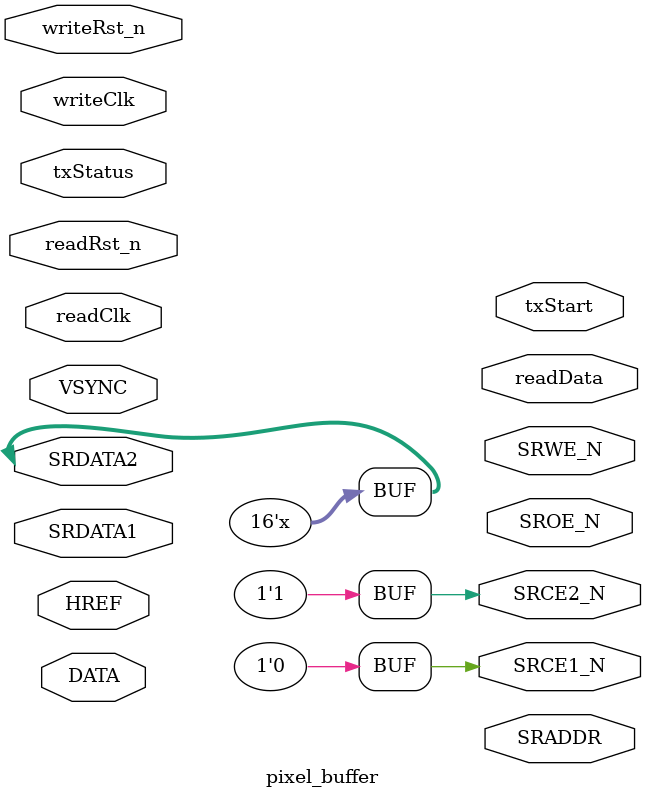
<source format=v>
`timescale 1ns/1ps
`define    D  1

module pixel_buffer (
	writeClk,
	writeRst_n,
	VSYNC,
	HREF,
	DATA,
	readClk,
	readRst_n,
	readData,
	txStatus,
	txStart,
	SRADDR,
	SROE_N,
	SRWE_N,
	SRCE1_N,
	SRCE2_N,
	SRDATA1,
	SRDATA2
);
input         writeClk;
input         writeRst_n;
input         VSYNC;
input         HREF;
input   [7:0] DATA;
input         readClk;
input         readRst_n;
output  [7:0] readData;
input         txStatus;
output        txStart;
output [17:0] SRADDR;
output        SROE_N;
output        SRWE_N;
output        SRCE1_N;
output        SRCE2_N;
inout  [15:0] SRDATA1;
inout  [15:0] SRDATA2;

// use SRAM 1 only
assign SRCE1_N = 1'b0;
assign SRDATA2 = SROE_N ? r_writeData : 16'hz;
assign SRCE2_N = 1'b1;
assign SRDATA2 = 16'hz;

reg    [17:0] r_writeAddr;
reg           r_validWrite;

always @ (posedge writeClk or negedge writeRst_n) 
	if(~writeRst_n) r_writeAddr <= #`D 18'h00000;
	else            r_writeAddr <= #`D r_validWrite ? r_writeAddr+18'h1 : r_writeAddr;


endmodule


</source>
